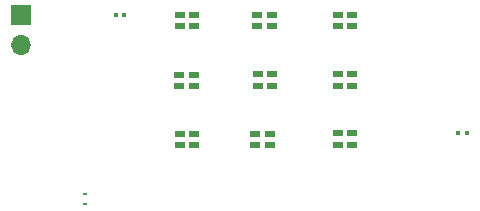
<source format=gbr>
%TF.GenerationSoftware,KiCad,Pcbnew,7.0.6*%
%TF.CreationDate,2023-07-25T20:45:17+02:00*%
%TF.ProjectId,led_strip,6c65645f-7374-4726-9970-2e6b69636164,rev?*%
%TF.SameCoordinates,Original*%
%TF.FileFunction,Soldermask,Top*%
%TF.FilePolarity,Negative*%
%FSLAX46Y46*%
G04 Gerber Fmt 4.6, Leading zero omitted, Abs format (unit mm)*
G04 Created by KiCad (PCBNEW 7.0.6) date 2023-07-25 20:45:17*
%MOMM*%
%LPD*%
G01*
G04 APERTURE LIST*
%ADD10R,0.858799X0.508800*%
%ADD11R,0.377800X0.355600*%
%ADD12R,0.406400X0.292100*%
%ADD13R,1.700000X1.700000*%
%ADD14O,1.700000X1.700000*%
G04 APERTURE END LIST*
D10*
%TO.C,U9*%
X108758798Y-45000000D03*
X108758798Y-45950000D03*
X110000000Y-45950000D03*
X110000000Y-45000000D03*
%TD*%
%TO.C,U8*%
X101758798Y-45050000D03*
X101758798Y-46000000D03*
X103000000Y-46000000D03*
X103000000Y-45050000D03*
%TD*%
%TO.C,U7*%
X95379399Y-45050000D03*
X95379399Y-46000000D03*
X96620601Y-46000000D03*
X96620601Y-45050000D03*
%TD*%
%TO.C,U6*%
X108758798Y-40000000D03*
X108758798Y-40950000D03*
X110000000Y-40950000D03*
X110000000Y-40000000D03*
%TD*%
%TO.C,U5*%
X102000000Y-40000000D03*
X102000000Y-40950000D03*
X103241202Y-40950000D03*
X103241202Y-40000000D03*
%TD*%
%TO.C,U4*%
X95358798Y-40050000D03*
X95358798Y-41000000D03*
X96600000Y-41000000D03*
X96600000Y-40050000D03*
%TD*%
%TO.C,U3*%
X108758798Y-35000000D03*
X108758798Y-35950000D03*
X110000000Y-35950000D03*
X110000000Y-35000000D03*
%TD*%
%TO.C,U2*%
X101958798Y-35000000D03*
X101958798Y-35950000D03*
X103200000Y-35950000D03*
X103200000Y-35000000D03*
%TD*%
%TO.C,U1*%
X95379399Y-35000000D03*
X95379399Y-35950000D03*
X96620601Y-35950000D03*
X96620601Y-35000000D03*
%TD*%
D11*
%TO.C,R2*%
X119000000Y-45000000D03*
X119682600Y-45000000D03*
%TD*%
%TO.C,R1*%
X90000000Y-35000000D03*
X90682600Y-35000000D03*
%TD*%
D12*
%TO.C,C1*%
X87400000Y-51000000D03*
X87400000Y-50149100D03*
%TD*%
D13*
%TO.C,J2*%
X82000000Y-35000000D03*
D14*
X82000000Y-37540000D03*
%TD*%
M02*

</source>
